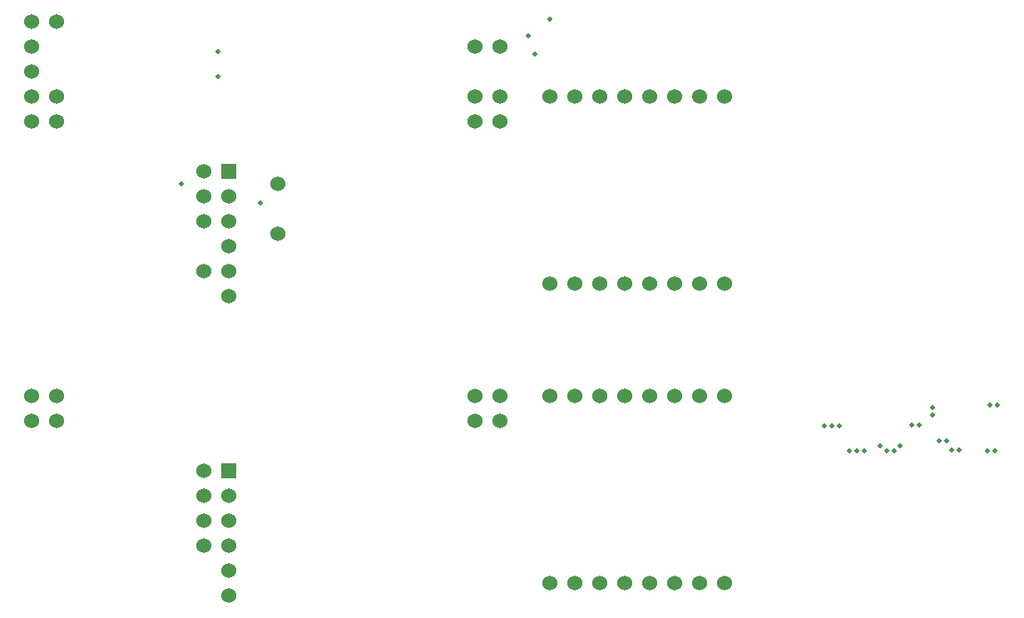
<source format=gbr>
G04 start of page 6 for group 4 idx 15 *
G04 Title: (unknown), exclude2 *
G04 Creator: pcb 4.2.0 *
G04 CreationDate: Wed Jul 29 19:47:20 2020 UTC *
G04 For: commonadmin *
G04 Format: Gerber/RS-274X *
G04 PCB-Dimensions (mil): 6000.00 7000.00 *
G04 PCB-Coordinate-Origin: lower left *
%MOIN*%
%FSLAX25Y25*%
%LNGROUP4*%
%ADD34C,0.0100*%
%ADD33C,0.0380*%
%ADD32C,0.0001*%
%ADD31C,0.0200*%
%ADD30C,0.0600*%
G54D30*X327500Y155000D03*
X337500D03*
X347500D03*
X357500D03*
X297500D03*
X307500D03*
X317500D03*
X297500Y230000D03*
X277500D03*
Y220000D03*
X267500D03*
Y230000D03*
X367500Y155000D03*
X307500Y230000D03*
X317500D03*
X327500D03*
X337500D03*
X347500D03*
X357500D03*
X367500D03*
Y275000D03*
X357500D03*
X347500D03*
X337500D03*
X327500D03*
X317500D03*
X307500D03*
X297500D03*
G54D31*X458499Y208500D03*
X438000Y210000D03*
X461500Y208500D03*
X473000Y208000D03*
X476000D03*
X453500Y212000D03*
X456500D03*
X442500Y218500D03*
X445500D03*
X430000Y210000D03*
X432500Y208000D03*
X435500D03*
X417500D03*
X420500D03*
X423500D03*
X407500Y218000D03*
X410500D03*
X413500D03*
G54D32*G36*
X166000Y323000D02*Y317000D01*
X172000D01*
Y323000D01*
X166000D01*
G37*
G54D30*X169000Y310000D03*
Y300000D03*
X188500Y315000D03*
X267500Y350000D03*
Y340000D03*
X277500D03*
Y350000D03*
X169000Y290000D03*
Y280000D03*
Y270000D03*
X188500Y295000D03*
X367500Y350000D03*
X357500D03*
X347500D03*
X337500D03*
X327500D03*
X317500D03*
X307500D03*
X297500D03*
X100000Y230000D03*
Y220000D03*
X90000D03*
Y230000D03*
G54D32*G36*
X166000Y203000D02*Y197000D01*
X172000D01*
Y203000D01*
X166000D01*
G37*
G54D30*X169000Y190000D03*
Y180000D03*
Y170000D03*
Y160000D03*
Y150000D03*
X90000Y350000D03*
Y340000D03*
X100000D03*
Y350000D03*
X159000Y320000D03*
Y310000D03*
G54D31*X164500Y368000D03*
Y358000D03*
X150000Y315000D03*
X181500Y307500D03*
G54D30*X277500Y370000D03*
G54D31*X291500Y367000D03*
X289000Y374500D03*
G54D30*X159000Y280000D03*
Y200000D03*
Y190000D03*
Y180000D03*
Y170000D03*
Y300000D03*
G54D31*X297500Y381000D03*
X474000Y226500D03*
X477000D03*
X451000Y222500D03*
Y225500D03*
G54D30*X267500Y370000D03*
X100000Y380000D03*
X90000D03*
Y370000D03*
Y360000D03*
G54D33*G54D34*G54D33*G54D34*G54D33*G54D34*G54D33*G54D34*G54D33*M02*

</source>
